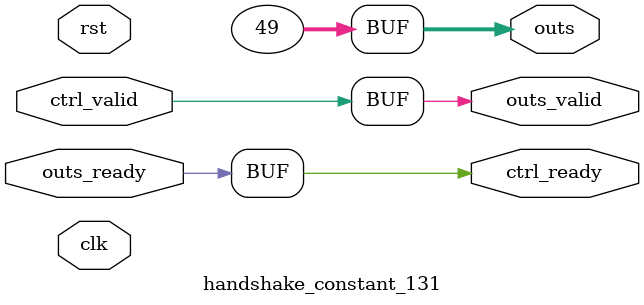
<source format=v>
`timescale 1ns / 1ps
module handshake_constant_131 #(
  parameter DATA_WIDTH = 32  // Default set to 32 bits
) (
  input                       clk,
  input                       rst,
  // Input Channel
  input                       ctrl_valid,
  output                      ctrl_ready,
  // Output Channel
  output [DATA_WIDTH - 1 : 0] outs,
  output                      outs_valid,
  input                       outs_ready
);
  assign outs       = 7'b0110001;
  assign outs_valid = ctrl_valid;
  assign ctrl_ready = outs_ready;

endmodule

</source>
